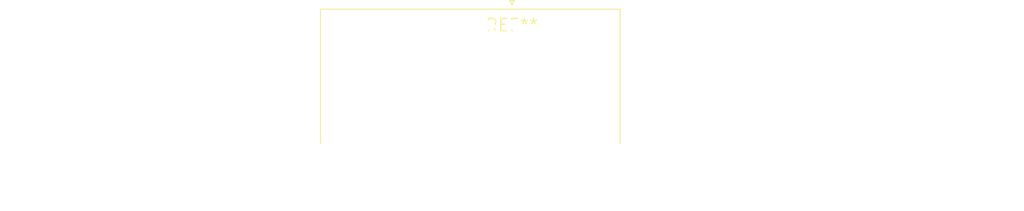
<source format=kicad_pcb>
(kicad_pcb (version 20240108) (generator pcbnew)
  (layers (0 "F.Cu" signal) (31 "B.Cu" signal) (34 "B.Paste" user) (35 "F.Paste" user) (36 "B.SilkS" user "B.Silkscreen") (37 "F.SilkS" user "F.Silkscreen") (38 "B.Mask" user) (39 "F.Mask" user) (44 "Edge.Cuts" user))
  (net 0 "")
  (footprint "DSUB-15-HD_Female_Horizontal_P2.29x1.98mm_EdgePinOffset8.35mm_Housed_MountingHolesOffset10.89mm" (layer "F.Cu") (at 0 0)
    (property "Reference" "REF**")
    (property "Value" "DSUB-15-HD_Female_Horizontal_P2.29x1.98mm_EdgePinOffset8.35mm_Housed_MountingHolesOffset10.89mm")
    (fp_line (start -19.8 -1.64) (end 11.17 -1.64) (layer "F.SilkS") (stroke (width 0.12)))
    (fp_line (start -19.8 12.25) (end -19.8 -1.64) (layer "F.SilkS") (stroke (width 0.12)))
    (fp_line (start -0.25 -2.534338) (end 0.25 -2.534338) (layer "F.SilkS") (stroke (width 0.12)))
    (fp_line (start 0 -2.101325) (end -0.25 -2.534338) (layer "F.SilkS") (stroke (width 0.12)))
    (fp_line (start 0.25 -2.534338) (end 0 -2.101325) (layer "F.SilkS") (stroke (width 0.12)))
    (fp_line (start 11.17 -1.64) (end 11.17 12.25) (layer "F.SilkS") (stroke (width 0.12)))
    (pad "0" thru_hole circle (at -16.815 1.42) (size 4 4) (drill 3.2) (layers *.Cu *.Mask) (remove_unused_layers))
    (pad "0" thru_hole circle (at 8.185 1.42) (size 4 4) (drill 3.2) (layers *.Cu *.Mask) (remove_unused_layers))
    (pad "1" thru_hole rect (at 0 0) (size 1.6 1.6) (drill 1) (layers *.Cu *.Mask) (remove_unused_layers))
    (pad "2" thru_hole circle (at -2.29 0) (size 1.6 1.6) (drill 1) (layers *.Cu *.Mask) (remove_unused_layers))
    (pad "3" thru_hole circle (at -4.58 0) (size 1.6 1.6) (drill 1) (layers *.Cu *.Mask) (remove_unused_layers))
    (pad "4" thru_hole circle (at -6.87 0) (size 1.6 1.6) (drill 1) (layers *.Cu *.Mask) (remove_unused_layers))
    (pad "5" thru_hole circle (at -9.16 0) (size 1.6 1.6) (drill 1) (layers *.Cu *.Mask) (remove_unused_layers))
    (pad "6" thru_hole circle (at 1.145 1.98) (size 1.6 1.6) (drill 1) (layers *.Cu *.Mask) (remove_unused_layers))
    (pad "7" thru_hole circle (at -1.145 1.98) (size 1.6 1.6) (drill 1) (layers *.Cu *.Mask) (remove_unused_layers))
    (pad "8" thru_hole circle (at -3.435 1.98) (size 1.6 1.6) (drill 1) (layers *.Cu *.Mask) (remove_unused_layers))
    (pad "9" thru_hole circle (at -5.725 1.98) (size 1.6 1.6) (drill 1) (layers *.Cu *.Mask) (remove_unused_layers))
    (pad "10" thru_hole circle (at -8.015 1.98) (size 1.6 1.6) (drill 1) (layers *.Cu *.Mask) (remove_unused_layers))
    (pad "11" thru_hole circle (at 0 3.96) (size 1.6 1.6) (drill 1) (layers *.Cu *.Mask) (remove_unused_layers))
    (pad "12" thru_hole circle (at -2.29 3.96) (size 1.6 1.6) (drill 1) (layers *.Cu *.Mask) (remove_unused_layers))
    (pad "13" thru_hole circle (at -4.58 3.96) (size 1.6 1.6) (drill 1) (layers *.Cu *.Mask) (remove_unused_layers))
    (pad "14" thru_hole circle (at -6.87 3.96) (size 1.6 1.6) (drill 1) (layers *.Cu *.Mask) (remove_unused_layers))
    (pad "15" thru_hole circle (at -9.16 3.96) (size 1.6 1.6) (drill 1) (layers *.Cu *.Mask) (remove_unused_layers))
  )
)
</source>
